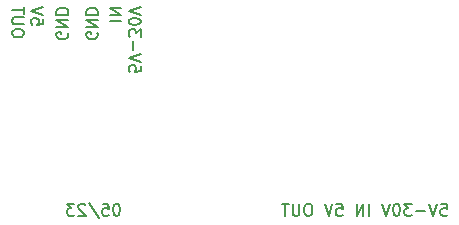
<source format=gbr>
%TF.GenerationSoftware,KiCad,Pcbnew,7.0.2*%
%TF.CreationDate,2023-05-06T19:40:55+10:00*%
%TF.ProjectId,Regulator,52656775-6c61-4746-9f72-2e6b69636164,rev?*%
%TF.SameCoordinates,Original*%
%TF.FileFunction,Legend,Bot*%
%TF.FilePolarity,Positive*%
%FSLAX46Y46*%
G04 Gerber Fmt 4.6, Leading zero omitted, Abs format (unit mm)*
G04 Created by KiCad (PCBNEW 7.0.2) date 2023-05-06 19:40:55*
%MOMM*%
%LPD*%
G01*
G04 APERTURE LIST*
%ADD10C,0.200000*%
G04 APERTURE END LIST*
D10*
X123871428Y-91877619D02*
X123776190Y-91877619D01*
X123776190Y-91877619D02*
X123680952Y-91925238D01*
X123680952Y-91925238D02*
X123633333Y-91972857D01*
X123633333Y-91972857D02*
X123585714Y-92068095D01*
X123585714Y-92068095D02*
X123538095Y-92258571D01*
X123538095Y-92258571D02*
X123538095Y-92496666D01*
X123538095Y-92496666D02*
X123585714Y-92687142D01*
X123585714Y-92687142D02*
X123633333Y-92782380D01*
X123633333Y-92782380D02*
X123680952Y-92830000D01*
X123680952Y-92830000D02*
X123776190Y-92877619D01*
X123776190Y-92877619D02*
X123871428Y-92877619D01*
X123871428Y-92877619D02*
X123966666Y-92830000D01*
X123966666Y-92830000D02*
X124014285Y-92782380D01*
X124014285Y-92782380D02*
X124061904Y-92687142D01*
X124061904Y-92687142D02*
X124109523Y-92496666D01*
X124109523Y-92496666D02*
X124109523Y-92258571D01*
X124109523Y-92258571D02*
X124061904Y-92068095D01*
X124061904Y-92068095D02*
X124014285Y-91972857D01*
X124014285Y-91972857D02*
X123966666Y-91925238D01*
X123966666Y-91925238D02*
X123871428Y-91877619D01*
X122633333Y-91877619D02*
X123109523Y-91877619D01*
X123109523Y-91877619D02*
X123157142Y-92353809D01*
X123157142Y-92353809D02*
X123109523Y-92306190D01*
X123109523Y-92306190D02*
X123014285Y-92258571D01*
X123014285Y-92258571D02*
X122776190Y-92258571D01*
X122776190Y-92258571D02*
X122680952Y-92306190D01*
X122680952Y-92306190D02*
X122633333Y-92353809D01*
X122633333Y-92353809D02*
X122585714Y-92449047D01*
X122585714Y-92449047D02*
X122585714Y-92687142D01*
X122585714Y-92687142D02*
X122633333Y-92782380D01*
X122633333Y-92782380D02*
X122680952Y-92830000D01*
X122680952Y-92830000D02*
X122776190Y-92877619D01*
X122776190Y-92877619D02*
X123014285Y-92877619D01*
X123014285Y-92877619D02*
X123109523Y-92830000D01*
X123109523Y-92830000D02*
X123157142Y-92782380D01*
X121442857Y-91830000D02*
X122299999Y-93115714D01*
X121157142Y-91972857D02*
X121109523Y-91925238D01*
X121109523Y-91925238D02*
X121014285Y-91877619D01*
X121014285Y-91877619D02*
X120776190Y-91877619D01*
X120776190Y-91877619D02*
X120680952Y-91925238D01*
X120680952Y-91925238D02*
X120633333Y-91972857D01*
X120633333Y-91972857D02*
X120585714Y-92068095D01*
X120585714Y-92068095D02*
X120585714Y-92163333D01*
X120585714Y-92163333D02*
X120633333Y-92306190D01*
X120633333Y-92306190D02*
X121204761Y-92877619D01*
X121204761Y-92877619D02*
X120585714Y-92877619D01*
X120252380Y-91877619D02*
X119633333Y-91877619D01*
X119633333Y-91877619D02*
X119966666Y-92258571D01*
X119966666Y-92258571D02*
X119823809Y-92258571D01*
X119823809Y-92258571D02*
X119728571Y-92306190D01*
X119728571Y-92306190D02*
X119680952Y-92353809D01*
X119680952Y-92353809D02*
X119633333Y-92449047D01*
X119633333Y-92449047D02*
X119633333Y-92687142D01*
X119633333Y-92687142D02*
X119680952Y-92782380D01*
X119680952Y-92782380D02*
X119728571Y-92830000D01*
X119728571Y-92830000D02*
X119823809Y-92877619D01*
X119823809Y-92877619D02*
X120109523Y-92877619D01*
X120109523Y-92877619D02*
X120204761Y-92830000D01*
X120204761Y-92830000D02*
X120252380Y-92782380D01*
X119674761Y-77385714D02*
X119722380Y-77480952D01*
X119722380Y-77480952D02*
X119722380Y-77623809D01*
X119722380Y-77623809D02*
X119674761Y-77766666D01*
X119674761Y-77766666D02*
X119579523Y-77861904D01*
X119579523Y-77861904D02*
X119484285Y-77909523D01*
X119484285Y-77909523D02*
X119293809Y-77957142D01*
X119293809Y-77957142D02*
X119150952Y-77957142D01*
X119150952Y-77957142D02*
X118960476Y-77909523D01*
X118960476Y-77909523D02*
X118865238Y-77861904D01*
X118865238Y-77861904D02*
X118770000Y-77766666D01*
X118770000Y-77766666D02*
X118722380Y-77623809D01*
X118722380Y-77623809D02*
X118722380Y-77528571D01*
X118722380Y-77528571D02*
X118770000Y-77385714D01*
X118770000Y-77385714D02*
X118817619Y-77338095D01*
X118817619Y-77338095D02*
X119150952Y-77338095D01*
X119150952Y-77338095D02*
X119150952Y-77528571D01*
X118722380Y-76909523D02*
X119722380Y-76909523D01*
X119722380Y-76909523D02*
X118722380Y-76338095D01*
X118722380Y-76338095D02*
X119722380Y-76338095D01*
X118722380Y-75861904D02*
X119722380Y-75861904D01*
X119722380Y-75861904D02*
X119722380Y-75623809D01*
X119722380Y-75623809D02*
X119674761Y-75480952D01*
X119674761Y-75480952D02*
X119579523Y-75385714D01*
X119579523Y-75385714D02*
X119484285Y-75338095D01*
X119484285Y-75338095D02*
X119293809Y-75290476D01*
X119293809Y-75290476D02*
X119150952Y-75290476D01*
X119150952Y-75290476D02*
X118960476Y-75338095D01*
X118960476Y-75338095D02*
X118865238Y-75385714D01*
X118865238Y-75385714D02*
X118770000Y-75480952D01*
X118770000Y-75480952D02*
X118722380Y-75623809D01*
X118722380Y-75623809D02*
X118722380Y-75861904D01*
X122174761Y-77385714D02*
X122222380Y-77480952D01*
X122222380Y-77480952D02*
X122222380Y-77623809D01*
X122222380Y-77623809D02*
X122174761Y-77766666D01*
X122174761Y-77766666D02*
X122079523Y-77861904D01*
X122079523Y-77861904D02*
X121984285Y-77909523D01*
X121984285Y-77909523D02*
X121793809Y-77957142D01*
X121793809Y-77957142D02*
X121650952Y-77957142D01*
X121650952Y-77957142D02*
X121460476Y-77909523D01*
X121460476Y-77909523D02*
X121365238Y-77861904D01*
X121365238Y-77861904D02*
X121270000Y-77766666D01*
X121270000Y-77766666D02*
X121222380Y-77623809D01*
X121222380Y-77623809D02*
X121222380Y-77528571D01*
X121222380Y-77528571D02*
X121270000Y-77385714D01*
X121270000Y-77385714D02*
X121317619Y-77338095D01*
X121317619Y-77338095D02*
X121650952Y-77338095D01*
X121650952Y-77338095D02*
X121650952Y-77528571D01*
X121222380Y-76909523D02*
X122222380Y-76909523D01*
X122222380Y-76909523D02*
X121222380Y-76338095D01*
X121222380Y-76338095D02*
X122222380Y-76338095D01*
X121222380Y-75861904D02*
X122222380Y-75861904D01*
X122222380Y-75861904D02*
X122222380Y-75623809D01*
X122222380Y-75623809D02*
X122174761Y-75480952D01*
X122174761Y-75480952D02*
X122079523Y-75385714D01*
X122079523Y-75385714D02*
X121984285Y-75338095D01*
X121984285Y-75338095D02*
X121793809Y-75290476D01*
X121793809Y-75290476D02*
X121650952Y-75290476D01*
X121650952Y-75290476D02*
X121460476Y-75338095D01*
X121460476Y-75338095D02*
X121365238Y-75385714D01*
X121365238Y-75385714D02*
X121270000Y-75480952D01*
X121270000Y-75480952D02*
X121222380Y-75623809D01*
X121222380Y-75623809D02*
X121222380Y-75861904D01*
X125842380Y-80195238D02*
X125842380Y-80671428D01*
X125842380Y-80671428D02*
X125366190Y-80719047D01*
X125366190Y-80719047D02*
X125413809Y-80671428D01*
X125413809Y-80671428D02*
X125461428Y-80576190D01*
X125461428Y-80576190D02*
X125461428Y-80338095D01*
X125461428Y-80338095D02*
X125413809Y-80242857D01*
X125413809Y-80242857D02*
X125366190Y-80195238D01*
X125366190Y-80195238D02*
X125270952Y-80147619D01*
X125270952Y-80147619D02*
X125032857Y-80147619D01*
X125032857Y-80147619D02*
X124937619Y-80195238D01*
X124937619Y-80195238D02*
X124890000Y-80242857D01*
X124890000Y-80242857D02*
X124842380Y-80338095D01*
X124842380Y-80338095D02*
X124842380Y-80576190D01*
X124842380Y-80576190D02*
X124890000Y-80671428D01*
X124890000Y-80671428D02*
X124937619Y-80719047D01*
X125842380Y-79861904D02*
X124842380Y-79528571D01*
X124842380Y-79528571D02*
X125842380Y-79195238D01*
X125223333Y-78861904D02*
X125223333Y-78100000D01*
X125842380Y-77719047D02*
X125842380Y-77100000D01*
X125842380Y-77100000D02*
X125461428Y-77433333D01*
X125461428Y-77433333D02*
X125461428Y-77290476D01*
X125461428Y-77290476D02*
X125413809Y-77195238D01*
X125413809Y-77195238D02*
X125366190Y-77147619D01*
X125366190Y-77147619D02*
X125270952Y-77100000D01*
X125270952Y-77100000D02*
X125032857Y-77100000D01*
X125032857Y-77100000D02*
X124937619Y-77147619D01*
X124937619Y-77147619D02*
X124890000Y-77195238D01*
X124890000Y-77195238D02*
X124842380Y-77290476D01*
X124842380Y-77290476D02*
X124842380Y-77576190D01*
X124842380Y-77576190D02*
X124890000Y-77671428D01*
X124890000Y-77671428D02*
X124937619Y-77719047D01*
X125842380Y-76480952D02*
X125842380Y-76385714D01*
X125842380Y-76385714D02*
X125794761Y-76290476D01*
X125794761Y-76290476D02*
X125747142Y-76242857D01*
X125747142Y-76242857D02*
X125651904Y-76195238D01*
X125651904Y-76195238D02*
X125461428Y-76147619D01*
X125461428Y-76147619D02*
X125223333Y-76147619D01*
X125223333Y-76147619D02*
X125032857Y-76195238D01*
X125032857Y-76195238D02*
X124937619Y-76242857D01*
X124937619Y-76242857D02*
X124890000Y-76290476D01*
X124890000Y-76290476D02*
X124842380Y-76385714D01*
X124842380Y-76385714D02*
X124842380Y-76480952D01*
X124842380Y-76480952D02*
X124890000Y-76576190D01*
X124890000Y-76576190D02*
X124937619Y-76623809D01*
X124937619Y-76623809D02*
X125032857Y-76671428D01*
X125032857Y-76671428D02*
X125223333Y-76719047D01*
X125223333Y-76719047D02*
X125461428Y-76719047D01*
X125461428Y-76719047D02*
X125651904Y-76671428D01*
X125651904Y-76671428D02*
X125747142Y-76623809D01*
X125747142Y-76623809D02*
X125794761Y-76576190D01*
X125794761Y-76576190D02*
X125842380Y-76480952D01*
X125842380Y-75861904D02*
X124842380Y-75528571D01*
X124842380Y-75528571D02*
X125842380Y-75195238D01*
X123222380Y-76385713D02*
X124222380Y-76385713D01*
X123222380Y-75909523D02*
X124222380Y-75909523D01*
X124222380Y-75909523D02*
X123222380Y-75338095D01*
X123222380Y-75338095D02*
X124222380Y-75338095D01*
X151285714Y-91877619D02*
X151761904Y-91877619D01*
X151761904Y-91877619D02*
X151809523Y-92353809D01*
X151809523Y-92353809D02*
X151761904Y-92306190D01*
X151761904Y-92306190D02*
X151666666Y-92258571D01*
X151666666Y-92258571D02*
X151428571Y-92258571D01*
X151428571Y-92258571D02*
X151333333Y-92306190D01*
X151333333Y-92306190D02*
X151285714Y-92353809D01*
X151285714Y-92353809D02*
X151238095Y-92449047D01*
X151238095Y-92449047D02*
X151238095Y-92687142D01*
X151238095Y-92687142D02*
X151285714Y-92782380D01*
X151285714Y-92782380D02*
X151333333Y-92830000D01*
X151333333Y-92830000D02*
X151428571Y-92877619D01*
X151428571Y-92877619D02*
X151666666Y-92877619D01*
X151666666Y-92877619D02*
X151761904Y-92830000D01*
X151761904Y-92830000D02*
X151809523Y-92782380D01*
X150952380Y-91877619D02*
X150619047Y-92877619D01*
X150619047Y-92877619D02*
X150285714Y-91877619D01*
X149952380Y-92496666D02*
X149190476Y-92496666D01*
X148809523Y-91877619D02*
X148190476Y-91877619D01*
X148190476Y-91877619D02*
X148523809Y-92258571D01*
X148523809Y-92258571D02*
X148380952Y-92258571D01*
X148380952Y-92258571D02*
X148285714Y-92306190D01*
X148285714Y-92306190D02*
X148238095Y-92353809D01*
X148238095Y-92353809D02*
X148190476Y-92449047D01*
X148190476Y-92449047D02*
X148190476Y-92687142D01*
X148190476Y-92687142D02*
X148238095Y-92782380D01*
X148238095Y-92782380D02*
X148285714Y-92830000D01*
X148285714Y-92830000D02*
X148380952Y-92877619D01*
X148380952Y-92877619D02*
X148666666Y-92877619D01*
X148666666Y-92877619D02*
X148761904Y-92830000D01*
X148761904Y-92830000D02*
X148809523Y-92782380D01*
X147571428Y-91877619D02*
X147476190Y-91877619D01*
X147476190Y-91877619D02*
X147380952Y-91925238D01*
X147380952Y-91925238D02*
X147333333Y-91972857D01*
X147333333Y-91972857D02*
X147285714Y-92068095D01*
X147285714Y-92068095D02*
X147238095Y-92258571D01*
X147238095Y-92258571D02*
X147238095Y-92496666D01*
X147238095Y-92496666D02*
X147285714Y-92687142D01*
X147285714Y-92687142D02*
X147333333Y-92782380D01*
X147333333Y-92782380D02*
X147380952Y-92830000D01*
X147380952Y-92830000D02*
X147476190Y-92877619D01*
X147476190Y-92877619D02*
X147571428Y-92877619D01*
X147571428Y-92877619D02*
X147666666Y-92830000D01*
X147666666Y-92830000D02*
X147714285Y-92782380D01*
X147714285Y-92782380D02*
X147761904Y-92687142D01*
X147761904Y-92687142D02*
X147809523Y-92496666D01*
X147809523Y-92496666D02*
X147809523Y-92258571D01*
X147809523Y-92258571D02*
X147761904Y-92068095D01*
X147761904Y-92068095D02*
X147714285Y-91972857D01*
X147714285Y-91972857D02*
X147666666Y-91925238D01*
X147666666Y-91925238D02*
X147571428Y-91877619D01*
X146952380Y-91877619D02*
X146619047Y-92877619D01*
X146619047Y-92877619D02*
X146285714Y-91877619D01*
X145190475Y-92877619D02*
X145190475Y-91877619D01*
X144714285Y-92877619D02*
X144714285Y-91877619D01*
X144714285Y-91877619D02*
X144142857Y-92877619D01*
X144142857Y-92877619D02*
X144142857Y-91877619D01*
X142428571Y-91877619D02*
X142904761Y-91877619D01*
X142904761Y-91877619D02*
X142952380Y-92353809D01*
X142952380Y-92353809D02*
X142904761Y-92306190D01*
X142904761Y-92306190D02*
X142809523Y-92258571D01*
X142809523Y-92258571D02*
X142571428Y-92258571D01*
X142571428Y-92258571D02*
X142476190Y-92306190D01*
X142476190Y-92306190D02*
X142428571Y-92353809D01*
X142428571Y-92353809D02*
X142380952Y-92449047D01*
X142380952Y-92449047D02*
X142380952Y-92687142D01*
X142380952Y-92687142D02*
X142428571Y-92782380D01*
X142428571Y-92782380D02*
X142476190Y-92830000D01*
X142476190Y-92830000D02*
X142571428Y-92877619D01*
X142571428Y-92877619D02*
X142809523Y-92877619D01*
X142809523Y-92877619D02*
X142904761Y-92830000D01*
X142904761Y-92830000D02*
X142952380Y-92782380D01*
X142095237Y-91877619D02*
X141761904Y-92877619D01*
X141761904Y-92877619D02*
X141428571Y-91877619D01*
X140142856Y-91877619D02*
X139952380Y-91877619D01*
X139952380Y-91877619D02*
X139857142Y-91925238D01*
X139857142Y-91925238D02*
X139761904Y-92020476D01*
X139761904Y-92020476D02*
X139714285Y-92210952D01*
X139714285Y-92210952D02*
X139714285Y-92544285D01*
X139714285Y-92544285D02*
X139761904Y-92734761D01*
X139761904Y-92734761D02*
X139857142Y-92830000D01*
X139857142Y-92830000D02*
X139952380Y-92877619D01*
X139952380Y-92877619D02*
X140142856Y-92877619D01*
X140142856Y-92877619D02*
X140238094Y-92830000D01*
X140238094Y-92830000D02*
X140333332Y-92734761D01*
X140333332Y-92734761D02*
X140380951Y-92544285D01*
X140380951Y-92544285D02*
X140380951Y-92210952D01*
X140380951Y-92210952D02*
X140333332Y-92020476D01*
X140333332Y-92020476D02*
X140238094Y-91925238D01*
X140238094Y-91925238D02*
X140142856Y-91877619D01*
X139285713Y-91877619D02*
X139285713Y-92687142D01*
X139285713Y-92687142D02*
X139238094Y-92782380D01*
X139238094Y-92782380D02*
X139190475Y-92830000D01*
X139190475Y-92830000D02*
X139095237Y-92877619D01*
X139095237Y-92877619D02*
X138904761Y-92877619D01*
X138904761Y-92877619D02*
X138809523Y-92830000D01*
X138809523Y-92830000D02*
X138761904Y-92782380D01*
X138761904Y-92782380D02*
X138714285Y-92687142D01*
X138714285Y-92687142D02*
X138714285Y-91877619D01*
X138380951Y-91877619D02*
X137809523Y-91877619D01*
X138095237Y-92877619D02*
X138095237Y-91877619D01*
X117592380Y-76195238D02*
X117592380Y-76671428D01*
X117592380Y-76671428D02*
X117116190Y-76719047D01*
X117116190Y-76719047D02*
X117163809Y-76671428D01*
X117163809Y-76671428D02*
X117211428Y-76576190D01*
X117211428Y-76576190D02*
X117211428Y-76338095D01*
X117211428Y-76338095D02*
X117163809Y-76242857D01*
X117163809Y-76242857D02*
X117116190Y-76195238D01*
X117116190Y-76195238D02*
X117020952Y-76147619D01*
X117020952Y-76147619D02*
X116782857Y-76147619D01*
X116782857Y-76147619D02*
X116687619Y-76195238D01*
X116687619Y-76195238D02*
X116640000Y-76242857D01*
X116640000Y-76242857D02*
X116592380Y-76338095D01*
X116592380Y-76338095D02*
X116592380Y-76576190D01*
X116592380Y-76576190D02*
X116640000Y-76671428D01*
X116640000Y-76671428D02*
X116687619Y-76719047D01*
X117592380Y-75861904D02*
X116592380Y-75528571D01*
X116592380Y-75528571D02*
X117592380Y-75195238D01*
X115972380Y-77528571D02*
X115972380Y-77338095D01*
X115972380Y-77338095D02*
X115924761Y-77242857D01*
X115924761Y-77242857D02*
X115829523Y-77147619D01*
X115829523Y-77147619D02*
X115639047Y-77100000D01*
X115639047Y-77100000D02*
X115305714Y-77100000D01*
X115305714Y-77100000D02*
X115115238Y-77147619D01*
X115115238Y-77147619D02*
X115020000Y-77242857D01*
X115020000Y-77242857D02*
X114972380Y-77338095D01*
X114972380Y-77338095D02*
X114972380Y-77528571D01*
X114972380Y-77528571D02*
X115020000Y-77623809D01*
X115020000Y-77623809D02*
X115115238Y-77719047D01*
X115115238Y-77719047D02*
X115305714Y-77766666D01*
X115305714Y-77766666D02*
X115639047Y-77766666D01*
X115639047Y-77766666D02*
X115829523Y-77719047D01*
X115829523Y-77719047D02*
X115924761Y-77623809D01*
X115924761Y-77623809D02*
X115972380Y-77528571D01*
X115972380Y-76671428D02*
X115162857Y-76671428D01*
X115162857Y-76671428D02*
X115067619Y-76623809D01*
X115067619Y-76623809D02*
X115020000Y-76576190D01*
X115020000Y-76576190D02*
X114972380Y-76480952D01*
X114972380Y-76480952D02*
X114972380Y-76290476D01*
X114972380Y-76290476D02*
X115020000Y-76195238D01*
X115020000Y-76195238D02*
X115067619Y-76147619D01*
X115067619Y-76147619D02*
X115162857Y-76100000D01*
X115162857Y-76100000D02*
X115972380Y-76100000D01*
X115972380Y-75766666D02*
X115972380Y-75195238D01*
X114972380Y-75480952D02*
X115972380Y-75480952D01*
M02*

</source>
